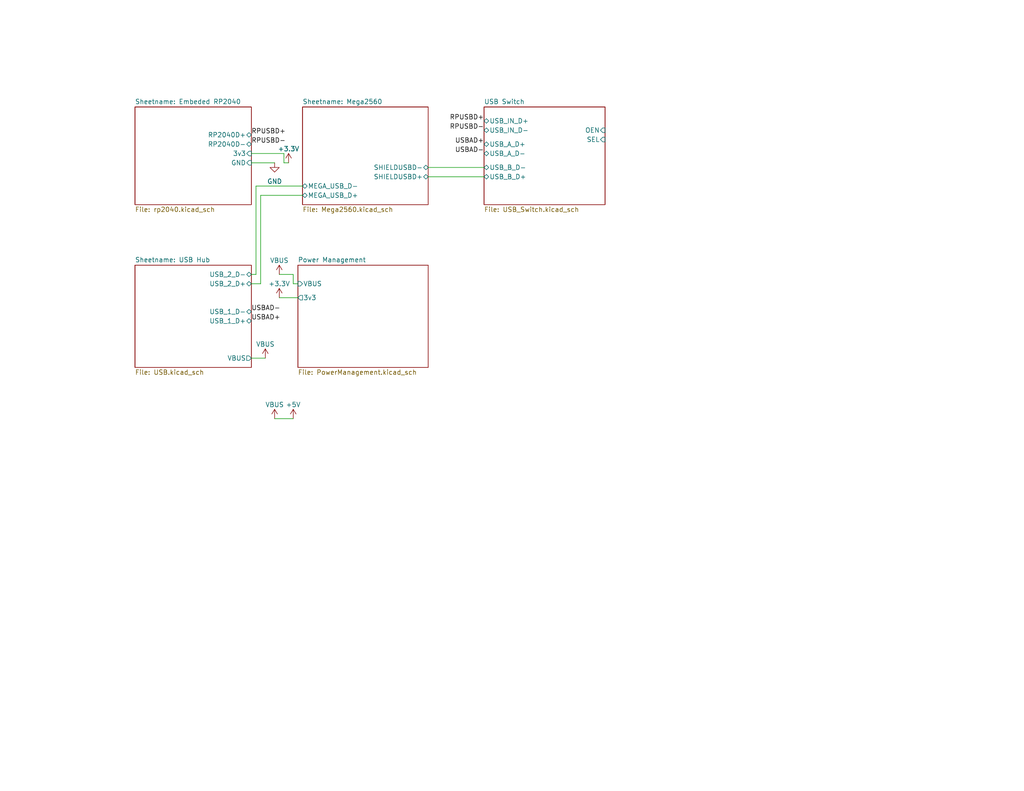
<source format=kicad_sch>
(kicad_sch (version 20230121) (generator eeschema)
  (paper "A")
  (title_block (title "GP2040-CE Testing Apparatus ") (date "2023-04-13") (rev "1") (company "OpenStickCommunity"))
  (lib_symbols
    (symbol "power:+3.3V" (power) (pin_names (offset 0))
      (property "Value" "+3.3V" (at 0 3.556 0))
      (symbol "+3.3V_0_1"
        (polyline (pts (xy -0.762 1.27) (xy 0 2.54)))
        (polyline (pts (xy 0 0) (xy 0 2.54)))
        (polyline (pts (xy 0 2.54) (xy 0.762 1.27)))
      )
      (symbol "+3.3V_1_1"
        (pin power_in line (at 0 0 90) (length 0) hide (name "+3.3V") (number "1"))
      )
    )
    (symbol "power:+5V" (power) (pin_names (offset 0))
      (property "Value" "+5V" (at 0 3.556 0))
      (symbol "+5V_0_1"
        (polyline (pts (xy -0.762 1.27) (xy 0 2.54)))
        (polyline (pts (xy 0 0) (xy 0 2.54)))
        (polyline (pts (xy 0 2.54) (xy 0.762 1.27)))
      )
      (symbol "+5V_1_1"
        (pin power_in line (at 0 0 90) (length 0) hide (name "+5V") (number "1"))
      )
    )
    (symbol "power:GND" (power) (pin_names (offset 0))
      (property "Value" "GND" (at 0 -3.81 0))
      (symbol "GND_0_1"
        (polyline (pts (xy 0 0) (xy 0 -1.27) (xy 1.27 -1.27) (xy 0 -2.54) (xy -1.27 -1.27) (xy 0 -1.27)))
      )
      (symbol "GND_1_1"
        (pin power_in line (at 0 0 270) (length 0) hide (name "GND") (number "1"))
      )
    )
    (symbol "power:VBUS" (power) (pin_names (offset 0))
      (property "Value" "VBUS" (at 0 3.81 0))
      (symbol "VBUS_0_1"
        (polyline (pts (xy -0.762 1.27) (xy 0 2.54)))
        (polyline (pts (xy 0 0) (xy 0 2.54)))
        (polyline (pts (xy 0 2.54) (xy 0.762 1.27)))
      )
      (symbol "VBUS_1_1"
        (pin power_in line (at 0 0 90) (length 0) hide (name "VBUS") (number "1"))
      )
    )
  )
  (wire (pts (xy 77.47 44.45) (xy 78.74 44.45)))
  (wire (pts (xy 69.85 50.8) (xy 82.55 50.8)))
  (wire (pts (xy 77.47 41.91) (xy 68.58 41.91)))
  (wire (pts (xy 69.85 50.8) (xy 69.85 74.93)))
  (wire (pts (xy 76.2 81.28) (xy 81.28 81.28)))
  (wire (pts (xy 82.55 53.34) (xy 71.12 53.34)))
  (wire (pts (xy 80.01 74.93) (xy 76.2 74.93)))
  (wire (pts (xy 71.12 77.47) (xy 68.58 77.47)))
  (wire (pts (xy 81.28 77.47) (xy 80.01 77.47)))
  (wire (pts (xy 68.58 44.45) (xy 74.93 44.45)))
  (wire (pts (xy 77.47 44.45) (xy 77.47 41.91)))
  (wire (pts (xy 68.58 74.93) (xy 69.85 74.93)))
  (wire (pts (xy 116.84 48.26) (xy 132.08 48.26)))
  (wire (pts (xy 74.93 114.3) (xy 80.01 114.3)))
  (wire (pts (xy 68.58 97.79) (xy 72.39 97.79)))
  (wire (pts (xy 80.01 77.47) (xy 80.01 74.93)))
  (wire (pts (xy 116.84 45.72) (xy 132.08 45.72)))
  (wire (pts (xy 71.12 53.34) (xy 71.12 77.47)))
  (label "RPUSBD+" (at 68.58 36.83 0))
  (label "RPUSBD-" (at 68.58 39.37 0))
  (label "RPUSBD+" (at 132.08 33.02 180))
  (label "USBAD-" (at 132.08 41.91 180))
  (label "USBAD+" (at 68.58 87.63 0))
  (label "USBAD+" (at 132.08 39.37 180))
  (label "RPUSBD-" (at 132.08 35.56 180))
  (label "USBAD-" (at 68.58 85.09 0))
  (symbol (lib_id "power:GND") (at 74.93 44.45 0) (unit 1)
    (property "Reference" "#PWR023" (effects hide))
    (property "Value" "GND" (at 74.93 49.53 0))
  )
  (symbol (lib_id "power:+3.3V") (at 76.2 81.28 0) (unit 1)
    (property "Reference" "#PWR024" (effects hide))
    (property "Value" "+3.3V" (at 76.2 77.47 0))
  )
  (symbol (lib_id "power:VBUS") (at 72.39 97.79 0) (unit 1)
    (property "Reference" "#PWR061" (effects hide))
    (property "Value" "VBUS" (at 72.39 93.98 0))
  )
  (symbol (lib_id "power:+3.3V") (at 78.74 44.45 0) (unit 1)
    (property "Reference" "#PWR022" (effects hide))
    (property "Value" "+3.3V" (at 78.74 40.64 0))
  )
  (symbol (lib_id "power:VBUS") (at 76.2 74.93 0) (unit 1)
    (property "Reference" "#PWR025" (effects hide))
    (property "Value" "VBUS" (at 76.2 71.12 0))
  )
  (symbol (lib_id "power:VBUS") (at 74.93 114.3 0) (unit 1)
    (property "Reference" "#PWR01" (effects hide))
    (property "Value" "VBUS" (at 74.93 110.49 0))
  )
  (symbol (lib_id "power:+5V") (at 80.01 114.3 0) (unit 1)
    (property "Reference" "#PWR060" (effects hide))
    (property "Value" "+5V" (at 80.01 110.49 0))
  )
  (sheet (at 36.83 72.39) (size 31.75 27.94) (stroke (width 0.1524))
    (property "Sheetname" "USB Hub" (at 36.83 71.6784 0) (show_name) (effects (justify left bottom)))
    (property "Sheetfile" "USB.kicad_sch" (at 36.83 100.9146 0) (effects (justify left top)))
    (pin "USB_2_D-" bidirectional (at 68.58 74.93 0))
    (pin "USB_1_D-" bidirectional (at 68.58 85.09 0))
    (pin "USB_2_D+" bidirectional (at 68.58 77.47 0))
    (pin "USB_1_D+" bidirectional (at 68.58 87.63 0))
    (pin "VBUS" output (at 68.58 97.79 0))
  )
  (sheet (at 132.08 29.21) (size 33.02 26.67) (stroke (width 0.1524))
    (property "Sheetname" "USB Switch" (at 132.08 28.4984 0) (effects (justify left bottom)))
    (property "Sheetfile" "USB_Switch.kicad_sch" (at 132.08 56.4646 0) (effects (justify left top)))
    (pin "USB_IN_D+" bidirectional (at 132.08 33.02 180))
    (pin "USB_IN_D-" bidirectional (at 132.08 35.56 180))
    (pin "USB_A_D+" bidirectional (at 132.08 39.37 180))
    (pin "USB_A_D-" bidirectional (at 132.08 41.91 180))
    (pin "USB_B_D-" bidirectional (at 132.08 45.72 180))
    (pin "USB_B_D+" bidirectional (at 132.08 48.26 180))
    (pin "OEN" input (at 165.1 35.56 0))
    (pin "SEL" input (at 165.1 38.1 0))
  )
  (sheet (at 81.28 72.39) (size 35.56 27.94) (stroke (width 0.1524))
    (property "Sheetname" "Power Management" (at 81.28 71.6784 0) (effects (justify left bottom)))
    (property "Sheetfile" "PowerManagement.kicad_sch" (at 81.28 100.9146 0) (effects (justify left top)))
    (pin "VBUS" input (at 81.28 77.47 180))
    (pin "3v3" output (at 81.28 81.28 180))
  )
  (sheet (at 82.55 29.21) (size 34.29 26.67) (stroke (width 0.1524))
    (property "Sheetname" "Mega2560" (at 82.55 28.4984 0) (show_name) (effects (justify left bottom)))
    (property "Sheetfile" "Mega2560.kicad_sch" (at 82.55 56.4646 0) (effects (justify left top)))
    (pin "SHIELDUSBD-" bidirectional (at 116.84 45.72 0))
    (pin "SHIELDUSBD+" bidirectional (at 116.84 48.26 0))
    (pin "MEGA_USB_D-" bidirectional (at 82.55 50.8 180))
    (pin "MEGA_USB_D+" bidirectional (at 82.55 53.34 180))
  )
  (sheet (at 36.83 29.21) (size 31.75 26.67) (stroke (width 0.1524))
    (property "Sheetname" "Embeded RP2040" (at 36.83 28.4984 0) (show_name) (effects (justify left bottom)))
    (property "Sheetfile" "rp2040.kicad_sch" (at 36.83 56.4646 0) (effects (justify left top)))
    (pin "RP2040D+" bidirectional (at 68.58 36.83 0))
    (pin "RP2040D-" bidirectional (at 68.58 39.37 0))
    (pin "3v3" input (at 68.58 41.91 0))
    (pin "GND" input (at 68.58 44.45 0))
  )
)
</source>
